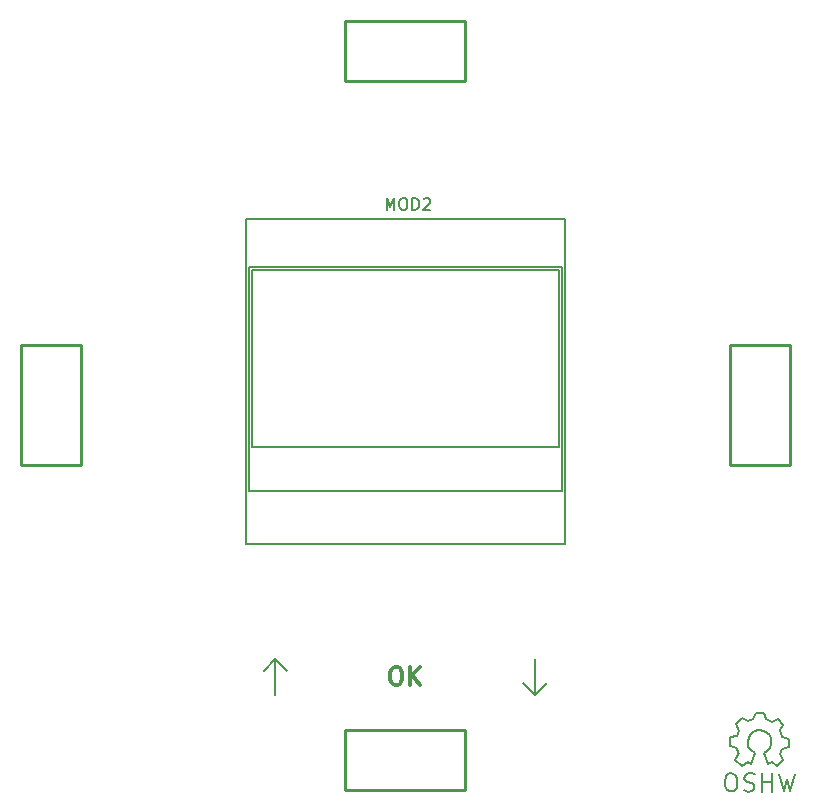
<source format=gbr>
G04 #@! TF.GenerationSoftware,KiCad,Pcbnew,5.0.0-fee4fd1~66~ubuntu16.04.1*
G04 #@! TF.CreationDate,2018-10-04T19:15:53+02:00*
G04 #@! TF.ProjectId,roomthermostat,726F6F6D746865726D6F737461742E6B,A*
G04 #@! TF.SameCoordinates,Original*
G04 #@! TF.FileFunction,Legend,Top*
G04 #@! TF.FilePolarity,Positive*
%FSLAX46Y46*%
G04 Gerber Fmt 4.6, Leading zero omitted, Abs format (unit mm)*
G04 Created by KiCad (PCBNEW 5.0.0-fee4fd1~66~ubuntu16.04.1) date Thu Oct  4 19:15:53 2018*
%MOMM*%
%LPD*%
G01*
G04 APERTURE LIST*
%ADD10C,0.300000*%
%ADD11C,0.200000*%
%ADD12C,0.150000*%
%ADD13C,0.254000*%
G04 APERTURE END LIST*
D10*
X96022142Y-122548571D02*
X96307857Y-122548571D01*
X96450714Y-122620000D01*
X96593571Y-122762857D01*
X96665000Y-123048571D01*
X96665000Y-123548571D01*
X96593571Y-123834285D01*
X96450714Y-123977142D01*
X96307857Y-124048571D01*
X96022142Y-124048571D01*
X95879285Y-123977142D01*
X95736428Y-123834285D01*
X95665000Y-123548571D01*
X95665000Y-123048571D01*
X95736428Y-122762857D01*
X95879285Y-122620000D01*
X96022142Y-122548571D01*
X97307857Y-124048571D02*
X97307857Y-122548571D01*
X98165000Y-124048571D02*
X97522142Y-123191428D01*
X98165000Y-122548571D02*
X97307857Y-123405714D01*
D11*
X106915000Y-123870000D02*
X107915000Y-124870000D01*
X107915000Y-124870000D02*
X108915000Y-123870000D01*
X107915000Y-124870000D02*
X107915000Y-121870000D01*
X85915000Y-121870000D02*
X86915000Y-122870000D01*
X84915000Y-122870000D02*
X85915000Y-121870000D01*
X85915000Y-124870000D02*
X85915000Y-121870000D01*
D12*
G04 #@! TO.C,LOGO1*
X128583780Y-131559860D02*
X128944460Y-133030520D01*
X128944460Y-133030520D02*
X129223860Y-131968800D01*
X129223860Y-131968800D02*
X129533740Y-133040680D01*
X129533740Y-133040680D02*
X129874100Y-131590340D01*
X127163920Y-132250740D02*
X127953860Y-132240580D01*
X127953860Y-132240580D02*
X127964020Y-132250740D01*
X127964020Y-132250740D02*
X127964020Y-132240580D01*
X128004660Y-131529380D02*
X128004660Y-133071160D01*
X127115660Y-131519220D02*
X127115660Y-133088940D01*
X127115660Y-133088940D02*
X127125820Y-133078780D01*
X126564480Y-131620820D02*
X126213960Y-131539540D01*
X126213960Y-131539540D02*
X125893920Y-131529380D01*
X125893920Y-131529380D02*
X125655160Y-131730040D01*
X125655160Y-131730040D02*
X125624680Y-131999280D01*
X125624680Y-131999280D02*
X125865980Y-132240580D01*
X125865980Y-132240580D02*
X126254600Y-132370120D01*
X126254600Y-132370120D02*
X126434940Y-132530140D01*
X126434940Y-132530140D02*
X126475580Y-132829860D01*
X126475580Y-132829860D02*
X126244440Y-133050840D01*
X126244440Y-133050840D02*
X125924400Y-133078780D01*
X125924400Y-133078780D02*
X125573880Y-132969560D01*
X124535020Y-131519220D02*
X124286100Y-131539540D01*
X124286100Y-131539540D02*
X124044800Y-131780840D01*
X124044800Y-131780840D02*
X123955900Y-132271060D01*
X123955900Y-132271060D02*
X123983840Y-132619040D01*
X123983840Y-132619040D02*
X124184500Y-132939080D01*
X124184500Y-132939080D02*
X124435960Y-133061000D01*
X124435960Y-133061000D02*
X124745840Y-132989880D01*
X124745840Y-132989880D02*
X124964280Y-132809540D01*
X124964280Y-132809540D02*
X125035400Y-132349800D01*
X125035400Y-132349800D02*
X124984600Y-131940860D01*
X124984600Y-131940860D02*
X124875380Y-131658920D01*
X124875380Y-131658920D02*
X124514700Y-131529380D01*
X125134460Y-129799640D02*
X124875380Y-130360980D01*
X124875380Y-130360980D02*
X125413860Y-130879140D01*
X125413860Y-130879140D02*
X125934560Y-130609900D01*
X125934560Y-130609900D02*
X126213960Y-130769920D01*
X127654140Y-130749600D02*
X127984340Y-130559100D01*
X127984340Y-130559100D02*
X128423760Y-130889300D01*
X128423760Y-130889300D02*
X128896200Y-130399080D01*
X128896200Y-130399080D02*
X128614260Y-129919020D01*
X128614260Y-129919020D02*
X128804760Y-129449120D01*
X128804760Y-129449120D02*
X129414360Y-129261160D01*
X129414360Y-129261160D02*
X129414360Y-128580440D01*
X129414360Y-128580440D02*
X128855560Y-128440740D01*
X128855560Y-128440740D02*
X128654900Y-127869240D01*
X128654900Y-127869240D02*
X128924140Y-127399340D01*
X128924140Y-127399340D02*
X128454240Y-126888800D01*
X128454240Y-126888800D02*
X127936080Y-127150420D01*
X127936080Y-127150420D02*
X127466180Y-126949760D01*
X127466180Y-126949760D02*
X127296000Y-126408740D01*
X127296000Y-126408740D02*
X126605120Y-126390960D01*
X126605120Y-126390960D02*
X126394300Y-126939600D01*
X126394300Y-126939600D02*
X125975200Y-127109780D01*
X125975200Y-127109780D02*
X125424020Y-126840540D01*
X125424020Y-126840540D02*
X124905860Y-127368860D01*
X124905860Y-127368860D02*
X125154780Y-127909880D01*
X125154780Y-127909880D02*
X124984600Y-128389940D01*
X124984600Y-128389940D02*
X124435960Y-128489000D01*
X124435960Y-128489000D02*
X124425800Y-129190040D01*
X124425800Y-129190040D02*
X124984600Y-129390700D01*
X124984600Y-129390700D02*
X125124300Y-129789480D01*
X127265520Y-129769160D02*
X127565240Y-129619300D01*
X127565240Y-129619300D02*
X127765900Y-129421180D01*
X127765900Y-129421180D02*
X127915760Y-129019860D01*
X127915760Y-129019860D02*
X127915760Y-128621080D01*
X127915760Y-128621080D02*
X127765900Y-128270560D01*
X127765900Y-128270560D02*
X127313780Y-127920040D01*
X127313780Y-127920040D02*
X126864200Y-127869240D01*
X126864200Y-127869240D02*
X126465420Y-127970840D01*
X126465420Y-127970840D02*
X126064100Y-128318820D01*
X126064100Y-128318820D02*
X125914240Y-128770940D01*
X125914240Y-128770940D02*
X125965040Y-129268780D01*
X125965040Y-129268780D02*
X126213960Y-129571040D01*
X126213960Y-129571040D02*
X126564480Y-129769160D01*
X126564480Y-129769160D02*
X126213960Y-130769920D01*
X127265520Y-129769160D02*
X127664300Y-130769920D01*
D13*
G04 #@! TO.C,H1*
X91835000Y-72910000D02*
X91835000Y-67830000D01*
X91835000Y-67830000D02*
X101995000Y-67830000D01*
X101995000Y-67830000D02*
X101995000Y-72910000D01*
X101995000Y-72910000D02*
X91835000Y-72910000D01*
G04 #@! TO.C,H4*
X64375000Y-95290000D02*
X69455000Y-95290000D01*
X69455000Y-95290000D02*
X69455000Y-105450000D01*
X69455000Y-105450000D02*
X64375000Y-105450000D01*
X64375000Y-105450000D02*
X64375000Y-95290000D01*
G04 #@! TO.C,H2*
X124375000Y-95290000D02*
X129455000Y-95290000D01*
X129455000Y-95290000D02*
X129455000Y-105450000D01*
X129455000Y-105450000D02*
X124375000Y-105450000D01*
X124375000Y-105450000D02*
X124375000Y-95290000D01*
G04 #@! TO.C,H3*
X91835000Y-132910000D02*
X91835000Y-127830000D01*
X91835000Y-127830000D02*
X101995000Y-127830000D01*
X101995000Y-127830000D02*
X101995000Y-132910000D01*
X101995000Y-132910000D02*
X91835000Y-132910000D01*
D12*
G04 #@! TO.C,MOD2*
X83915000Y-88870000D02*
X109915000Y-88870000D01*
X109915000Y-88870000D02*
X109915000Y-103870000D01*
X109915000Y-103870000D02*
X83915000Y-103870000D01*
X83915000Y-103870000D02*
X83915000Y-88870000D01*
X110165000Y-88620000D02*
X83665000Y-88620000D01*
X83665000Y-88620000D02*
X83665000Y-107620000D01*
X83665000Y-107620000D02*
X110165000Y-107620000D01*
X110165000Y-107620000D02*
X110165000Y-88620000D01*
X83415000Y-112120000D02*
X110415000Y-112120000D01*
X110415000Y-112120000D02*
X110415000Y-84620000D01*
X110415000Y-84620000D02*
X83415000Y-84620000D01*
X83415000Y-84620000D02*
X83415000Y-112120000D01*
X95331666Y-83822380D02*
X95331666Y-82822380D01*
X95665000Y-83536666D01*
X95998333Y-82822380D01*
X95998333Y-83822380D01*
X96665000Y-82822380D02*
X96855476Y-82822380D01*
X96950714Y-82870000D01*
X97045952Y-82965238D01*
X97093571Y-83155714D01*
X97093571Y-83489047D01*
X97045952Y-83679523D01*
X96950714Y-83774761D01*
X96855476Y-83822380D01*
X96665000Y-83822380D01*
X96569761Y-83774761D01*
X96474523Y-83679523D01*
X96426904Y-83489047D01*
X96426904Y-83155714D01*
X96474523Y-82965238D01*
X96569761Y-82870000D01*
X96665000Y-82822380D01*
X97522142Y-83822380D02*
X97522142Y-82822380D01*
X97760238Y-82822380D01*
X97903095Y-82870000D01*
X97998333Y-82965238D01*
X98045952Y-83060476D01*
X98093571Y-83250952D01*
X98093571Y-83393809D01*
X98045952Y-83584285D01*
X97998333Y-83679523D01*
X97903095Y-83774761D01*
X97760238Y-83822380D01*
X97522142Y-83822380D01*
X98474523Y-82917619D02*
X98522142Y-82870000D01*
X98617380Y-82822380D01*
X98855476Y-82822380D01*
X98950714Y-82870000D01*
X98998333Y-82917619D01*
X99045952Y-83012857D01*
X99045952Y-83108095D01*
X98998333Y-83250952D01*
X98426904Y-83822380D01*
X99045952Y-83822380D01*
G04 #@! TD*
M02*

</source>
